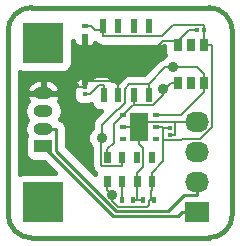
<source format=gtl>
%FSLAX34Y34*%
G04 Gerber Fmt 3.4, Leading zero omitted, Abs format*
G04 (created by PCBNEW (2014-03-19 BZR 4756)-product) date Mon 07 Jul 2014 23:49:35 BST*
%MOIN*%
G01*
G70*
G90*
G04 APERTURE LIST*
%ADD10C,0.005906*%
%ADD11C,0.015000*%
%ADD12O,0.062992X0.039370*%
%ADD13R,0.062992X0.039370*%
%ADD14R,0.023600X0.047200*%
%ADD15R,0.015700X0.023600*%
%ADD16R,0.023600X0.015700*%
%ADD17R,0.133900X0.133900*%
%ADD18R,0.015700X0.011800*%
%ADD19R,0.011800X0.015700*%
%ADD20R,0.080000X0.068000*%
%ADD21O,0.080000X0.068000*%
%ADD22R,0.023622X0.015748*%
%ADD23C,0.035000*%
%ADD24C,0.006701*%
%ADD25C,0.008701*%
%ADD26C,0.015748*%
G04 APERTURE END LIST*
G54D10*
G54D11*
X84449Y-18896D02*
X78543Y-18896D01*
X85236Y-19684D02*
G75*
G03X84449Y-18896I-787J0D01*
G74*
G01*
X85236Y-25786D02*
X85236Y-19684D01*
X77756Y-19881D02*
X77756Y-19684D01*
X78543Y-18896D02*
G75*
G03X77756Y-19684I0J-787D01*
G74*
G01*
X77756Y-25786D02*
X77756Y-19881D01*
X84449Y-26574D02*
X84055Y-26574D01*
X84449Y-26574D02*
G75*
G03X85236Y-25786I0J787D01*
G74*
G01*
X78543Y-26574D02*
X84055Y-26574D01*
X77756Y-25786D02*
G75*
G03X78543Y-26574I787J0D01*
G74*
G01*
G54D12*
X78937Y-22932D03*
X78937Y-22342D03*
G54D13*
X78937Y-23523D03*
G54D12*
X78937Y-21751D03*
G54D10*
G36*
X84153Y-19959D02*
X84429Y-19959D01*
X84429Y-20353D01*
X84153Y-20353D01*
X84153Y-19959D01*
X84153Y-19959D01*
G37*
G36*
X83720Y-19959D02*
X83996Y-19959D01*
X83996Y-20353D01*
X83720Y-20353D01*
X83720Y-19959D01*
X83720Y-19959D01*
G37*
G36*
X83287Y-19959D02*
X83563Y-19959D01*
X83563Y-20353D01*
X83287Y-20353D01*
X83287Y-19959D01*
X83287Y-19959D01*
G37*
G36*
X83287Y-21219D02*
X83563Y-21219D01*
X83563Y-21613D01*
X83287Y-21613D01*
X83287Y-21219D01*
X83287Y-21219D01*
G37*
G36*
X83720Y-21219D02*
X83996Y-21219D01*
X83996Y-21613D01*
X83720Y-21613D01*
X83720Y-21219D01*
X83720Y-21219D01*
G37*
G36*
X84153Y-21219D02*
X84429Y-21219D01*
X84429Y-21613D01*
X84153Y-21613D01*
X84153Y-21219D01*
X84153Y-21219D01*
G37*
G54D14*
X80945Y-21810D03*
X81437Y-21810D03*
X81949Y-21810D03*
X82441Y-21810D03*
X82441Y-19526D03*
X81949Y-19526D03*
X81437Y-19526D03*
X80925Y-19526D03*
G54D15*
X81909Y-25314D03*
X81555Y-25314D03*
X82618Y-25314D03*
X82264Y-25314D03*
G54D16*
X80315Y-19507D03*
X80315Y-19861D03*
G54D10*
G36*
X81181Y-24871D02*
X80964Y-24871D01*
X80964Y-24497D01*
X81181Y-24497D01*
X81181Y-24871D01*
X81181Y-24871D01*
G37*
G36*
X81673Y-24871D02*
X81456Y-24871D01*
X81456Y-24497D01*
X81673Y-24497D01*
X81673Y-24871D01*
X81673Y-24871D01*
G37*
G36*
X82175Y-24871D02*
X81958Y-24871D01*
X81958Y-24497D01*
X82175Y-24497D01*
X82175Y-24871D01*
X82175Y-24871D01*
G37*
G36*
X82657Y-24871D02*
X82440Y-24871D01*
X82440Y-24497D01*
X82657Y-24497D01*
X82657Y-24871D01*
X82657Y-24871D01*
G37*
G36*
X82657Y-24083D02*
X82440Y-24083D01*
X82440Y-23709D01*
X82657Y-23709D01*
X82657Y-24083D01*
X82657Y-24083D01*
G37*
G36*
X82165Y-24083D02*
X81948Y-24083D01*
X81948Y-23709D01*
X82165Y-23709D01*
X82165Y-24083D01*
X82165Y-24083D01*
G37*
G36*
X81673Y-24083D02*
X81456Y-24083D01*
X81456Y-23709D01*
X81673Y-23709D01*
X81673Y-24083D01*
X81673Y-24083D01*
G37*
G36*
X81181Y-24083D02*
X80964Y-24083D01*
X80964Y-23709D01*
X81181Y-23709D01*
X81181Y-24083D01*
X81181Y-24083D01*
G37*
G54D17*
X78937Y-25392D03*
X78937Y-20077D03*
G54D18*
X80315Y-21534D03*
X80315Y-21770D03*
G54D19*
X84291Y-19644D03*
X84055Y-19644D03*
G54D20*
X84055Y-25711D03*
G54D21*
X84055Y-24711D03*
X84055Y-23711D03*
X84055Y-22711D03*
G54D18*
X83150Y-22912D03*
X83150Y-23148D03*
G54D22*
X81575Y-22479D03*
X81575Y-22873D03*
X81575Y-23267D03*
X82677Y-23267D03*
X82677Y-22873D03*
X82677Y-22479D03*
G54D10*
G36*
X81831Y-23345D02*
X81831Y-22400D01*
X82421Y-22400D01*
X82421Y-23345D01*
X81831Y-23345D01*
X81831Y-23345D01*
G37*
G54D23*
X82916Y-21609D03*
X80890Y-23245D03*
X83262Y-20892D03*
X81233Y-25153D03*
G54D24*
X83425Y-21416D02*
X83195Y-21416D01*
X81073Y-23896D02*
X81073Y-23616D01*
X81274Y-22780D02*
X81575Y-22479D01*
X81274Y-23415D02*
X81274Y-22780D01*
X81073Y-23616D02*
X81274Y-23415D01*
X81915Y-22139D02*
X81949Y-22139D01*
X81575Y-22479D02*
X81915Y-22139D01*
X81949Y-21810D02*
X81949Y-22139D01*
X83002Y-21609D02*
X83195Y-21416D01*
X82916Y-21609D02*
X83002Y-21609D01*
X82597Y-22139D02*
X81949Y-22139D01*
X82916Y-21820D02*
X82597Y-22139D01*
X82916Y-21609D02*
X82916Y-21820D01*
G54D25*
X81246Y-25831D02*
X78937Y-23523D01*
X83432Y-25831D02*
X81246Y-25831D01*
X83552Y-25711D02*
X83432Y-25831D01*
X84055Y-25711D02*
X83552Y-25711D01*
G54D24*
X81565Y-23896D02*
X81565Y-24176D01*
X84291Y-21416D02*
X84291Y-21126D01*
X80865Y-23270D02*
X80890Y-23245D01*
X80865Y-24153D02*
X80865Y-23270D01*
X80888Y-24176D02*
X80865Y-24153D01*
X81565Y-24176D02*
X80888Y-24176D01*
X82441Y-21810D02*
X82441Y-21449D01*
X80890Y-22808D02*
X80890Y-23245D01*
X81433Y-22265D02*
X80890Y-22808D01*
X81467Y-22265D02*
X81433Y-22265D01*
X81651Y-22081D02*
X81467Y-22265D01*
X81651Y-21600D02*
X81651Y-22081D01*
X81802Y-21449D02*
X81651Y-21600D01*
X82441Y-21449D02*
X81802Y-21449D01*
X83518Y-22479D02*
X84291Y-21706D01*
X82677Y-22479D02*
X83518Y-22479D01*
X84291Y-21416D02*
X84291Y-21706D01*
X84056Y-20892D02*
X83262Y-20892D01*
X84291Y-21126D02*
X84056Y-20892D01*
X82998Y-20892D02*
X82441Y-21449D01*
X83262Y-20892D02*
X82998Y-20892D01*
G54D25*
X79355Y-23668D02*
X79355Y-22932D01*
X81353Y-25666D02*
X79355Y-23668D01*
X83100Y-25666D02*
X81353Y-25666D01*
X83612Y-25154D02*
X83100Y-25666D01*
X84055Y-25154D02*
X83612Y-25154D01*
X84055Y-24711D02*
X84055Y-25154D01*
X78937Y-22932D02*
X79355Y-22932D01*
G54D24*
X82447Y-25485D02*
X82447Y-25314D01*
X82402Y-25530D02*
X82447Y-25485D01*
X81432Y-25530D02*
X82402Y-25530D01*
X81233Y-25330D02*
X81432Y-25530D01*
X81233Y-25153D02*
X81233Y-25330D01*
X81073Y-24994D02*
X81233Y-25153D01*
X81073Y-24684D02*
X81073Y-24994D01*
X82618Y-25314D02*
X82532Y-25314D01*
X82532Y-25314D02*
X82447Y-25314D01*
X82532Y-24980D02*
X82549Y-24964D01*
X82532Y-25314D02*
X82532Y-24980D01*
X82549Y-24684D02*
X82549Y-24964D01*
X84291Y-19866D02*
X84291Y-19644D01*
X84291Y-19866D02*
X84291Y-19866D01*
X84291Y-19644D02*
X84291Y-19473D01*
X83150Y-22912D02*
X83010Y-22912D01*
X80925Y-19526D02*
X80925Y-19639D01*
X80925Y-19639D02*
X80925Y-19855D01*
X80658Y-19639D02*
X80526Y-19507D01*
X80925Y-19639D02*
X80658Y-19639D01*
X80315Y-19507D02*
X80526Y-19507D01*
X82677Y-22873D02*
X82888Y-22873D01*
X84291Y-20011D02*
X84291Y-19866D01*
X82885Y-19855D02*
X80925Y-19855D01*
X83267Y-19473D02*
X82885Y-19855D01*
X84291Y-19473D02*
X83267Y-19473D01*
X82549Y-24684D02*
X82549Y-24404D01*
X83010Y-22912D02*
X82927Y-22912D01*
X82927Y-22912D02*
X82888Y-22873D01*
X84291Y-20011D02*
X84291Y-20156D01*
X83523Y-23313D02*
X82927Y-23313D01*
X83561Y-23275D02*
X83523Y-23313D01*
X84164Y-23275D02*
X83561Y-23275D01*
X84550Y-22888D02*
X84164Y-23275D01*
X84550Y-20185D02*
X84550Y-22888D01*
X84522Y-20156D02*
X84550Y-20185D01*
X82927Y-22912D02*
X82927Y-23313D01*
X82927Y-24026D02*
X82549Y-24404D01*
X82927Y-23313D02*
X82927Y-24026D01*
X84291Y-20156D02*
X84522Y-20156D01*
X82264Y-25314D02*
X82178Y-25314D01*
X82067Y-24964D02*
X82067Y-25314D01*
X82178Y-25314D02*
X82067Y-25314D01*
X82067Y-25314D02*
X81909Y-25314D01*
X82067Y-24824D02*
X82067Y-24733D01*
X82067Y-24824D02*
X82067Y-24964D01*
X82067Y-24684D02*
X82067Y-24733D01*
X84055Y-22711D02*
X83562Y-22711D01*
X83150Y-23148D02*
X83321Y-23148D01*
X80315Y-21534D02*
X80315Y-21383D01*
X81437Y-21810D02*
X81437Y-21481D01*
X80315Y-21383D02*
X80356Y-21341D01*
X80356Y-20073D02*
X80315Y-20032D01*
X80356Y-21341D02*
X80356Y-20073D01*
X80315Y-19861D02*
X80315Y-20032D01*
X81297Y-21341D02*
X81437Y-21481D01*
X80356Y-21341D02*
X81297Y-21341D01*
X83425Y-20156D02*
X83425Y-20011D01*
X82907Y-20011D02*
X83425Y-20011D01*
X81437Y-21481D02*
X82907Y-20011D01*
X83792Y-19644D02*
X84055Y-19644D01*
X83425Y-20011D02*
X83792Y-19644D01*
X81575Y-22873D02*
X81785Y-22873D01*
X82067Y-24684D02*
X82067Y-24404D01*
X82126Y-22873D02*
X81785Y-22873D01*
X82258Y-24213D02*
X82067Y-24404D01*
X82258Y-23570D02*
X82258Y-24213D01*
X82126Y-23438D02*
X82258Y-23570D01*
X82126Y-22873D02*
X82126Y-23438D01*
X83321Y-23148D02*
X83321Y-22711D01*
X83321Y-22711D02*
X83562Y-22711D01*
X82297Y-22701D02*
X82126Y-22873D01*
X83311Y-22701D02*
X82297Y-22701D01*
X83321Y-22711D02*
X83311Y-22701D01*
X79561Y-21534D02*
X80315Y-21534D01*
X79345Y-21751D02*
X79561Y-21534D01*
X78937Y-21751D02*
X79345Y-21751D01*
X80775Y-21481D02*
X80945Y-21481D01*
X80486Y-21770D02*
X80775Y-21481D01*
X80315Y-21770D02*
X80486Y-21770D01*
X80945Y-21810D02*
X80945Y-21481D01*
X81555Y-24974D02*
X81555Y-25314D01*
X81565Y-24964D02*
X81555Y-24974D01*
X81565Y-24684D02*
X81565Y-24964D01*
G54D10*
G36*
X82995Y-20472D02*
X82985Y-20476D01*
X82898Y-20563D01*
X82865Y-20570D01*
X82751Y-20645D01*
X82296Y-21100D01*
X81802Y-21100D01*
X81690Y-21122D01*
X81668Y-21127D01*
X81555Y-21202D01*
X81404Y-21353D01*
X81404Y-21353D01*
X81346Y-21295D01*
X81263Y-21295D01*
X81238Y-21306D01*
X81191Y-21235D01*
X81078Y-21159D01*
X80945Y-21133D01*
X80775Y-21133D01*
X80642Y-21159D01*
X80534Y-21232D01*
X80449Y-21197D01*
X80406Y-21197D01*
X80336Y-21266D01*
X80336Y-21396D01*
X80331Y-21396D01*
X80294Y-21396D01*
X80294Y-21266D01*
X80224Y-21197D01*
X80181Y-21197D01*
X80078Y-21239D01*
X80000Y-21317D01*
X79958Y-21420D01*
X79958Y-21443D01*
X80008Y-21494D01*
X79969Y-21533D01*
X79921Y-21649D01*
X79921Y-21774D01*
X79921Y-21892D01*
X79969Y-22008D01*
X80058Y-22096D01*
X80174Y-22144D01*
X80299Y-22144D01*
X80456Y-22144D01*
X80516Y-22119D01*
X80560Y-22224D01*
X80648Y-22313D01*
X80764Y-22361D01*
X80844Y-22361D01*
X80643Y-22561D01*
X80568Y-22675D01*
X80541Y-22808D01*
X80541Y-22901D01*
X80475Y-22967D01*
X80400Y-23147D01*
X80400Y-23342D01*
X80474Y-23522D01*
X80517Y-23565D01*
X80517Y-24153D01*
X80543Y-24286D01*
X80619Y-24399D01*
X80642Y-24422D01*
X80652Y-24429D01*
X80649Y-24434D01*
X80649Y-24456D01*
X79713Y-23520D01*
X79713Y-22932D01*
X79686Y-22794D01*
X79608Y-22678D01*
X79496Y-22603D01*
X79540Y-22537D01*
X79579Y-22342D01*
X79540Y-22146D01*
X79447Y-22005D01*
X79503Y-21913D01*
X79521Y-21846D01*
X79521Y-21655D01*
X79503Y-21588D01*
X79406Y-21429D01*
X79257Y-21319D01*
X79076Y-21275D01*
X78958Y-21275D01*
X78958Y-21729D01*
X79460Y-21729D01*
X79521Y-21655D01*
X79521Y-21846D01*
X79460Y-21772D01*
X78958Y-21772D01*
X78958Y-21780D01*
X78916Y-21780D01*
X78916Y-21772D01*
X78916Y-21729D01*
X78916Y-21275D01*
X78798Y-21275D01*
X78617Y-21319D01*
X78467Y-21429D01*
X78371Y-21588D01*
X78353Y-21655D01*
X78413Y-21729D01*
X78916Y-21729D01*
X78916Y-21772D01*
X78413Y-21772D01*
X78353Y-21846D01*
X78371Y-21913D01*
X78427Y-22005D01*
X78334Y-22146D01*
X78295Y-22342D01*
X78334Y-22537D01*
X78400Y-22637D01*
X78334Y-22736D01*
X78295Y-22932D01*
X78334Y-23127D01*
X78352Y-23155D01*
X78307Y-23263D01*
X78307Y-23388D01*
X78307Y-23782D01*
X78355Y-23898D01*
X78444Y-23986D01*
X78559Y-24034D01*
X78685Y-24034D01*
X78942Y-24034D01*
X79315Y-24408D01*
X78205Y-24408D01*
X78146Y-24433D01*
X78146Y-21037D01*
X78205Y-21062D01*
X78330Y-21062D01*
X79669Y-21062D01*
X79785Y-21014D01*
X79873Y-20925D01*
X79921Y-20810D01*
X79921Y-20684D01*
X79921Y-20003D01*
X79961Y-20097D01*
X80039Y-20176D01*
X80141Y-20218D01*
X80224Y-20218D01*
X80294Y-20148D01*
X80294Y-19900D01*
X80336Y-19900D01*
X80336Y-20148D01*
X80406Y-20218D01*
X80488Y-20218D01*
X80591Y-20176D01*
X80669Y-20097D01*
X80672Y-20091D01*
X80678Y-20101D01*
X80791Y-20177D01*
X80925Y-20203D01*
X82885Y-20203D01*
X82972Y-20186D01*
X82972Y-20416D01*
X82995Y-20472D01*
X82995Y-20472D01*
G37*
G54D26*
X82995Y-20472D02*
X82985Y-20476D01*
X82898Y-20563D01*
X82865Y-20570D01*
X82751Y-20645D01*
X82296Y-21100D01*
X81802Y-21100D01*
X81690Y-21122D01*
X81668Y-21127D01*
X81555Y-21202D01*
X81404Y-21353D01*
X81404Y-21353D01*
X81346Y-21295D01*
X81263Y-21295D01*
X81238Y-21306D01*
X81191Y-21235D01*
X81078Y-21159D01*
X80945Y-21133D01*
X80775Y-21133D01*
X80642Y-21159D01*
X80534Y-21232D01*
X80449Y-21197D01*
X80406Y-21197D01*
X80336Y-21266D01*
X80336Y-21396D01*
X80331Y-21396D01*
X80294Y-21396D01*
X80294Y-21266D01*
X80224Y-21197D01*
X80181Y-21197D01*
X80078Y-21239D01*
X80000Y-21317D01*
X79958Y-21420D01*
X79958Y-21443D01*
X80008Y-21494D01*
X79969Y-21533D01*
X79921Y-21649D01*
X79921Y-21774D01*
X79921Y-21892D01*
X79969Y-22008D01*
X80058Y-22096D01*
X80174Y-22144D01*
X80299Y-22144D01*
X80456Y-22144D01*
X80516Y-22119D01*
X80560Y-22224D01*
X80648Y-22313D01*
X80764Y-22361D01*
X80844Y-22361D01*
X80643Y-22561D01*
X80568Y-22675D01*
X80541Y-22808D01*
X80541Y-22901D01*
X80475Y-22967D01*
X80400Y-23147D01*
X80400Y-23342D01*
X80474Y-23522D01*
X80517Y-23565D01*
X80517Y-24153D01*
X80543Y-24286D01*
X80619Y-24399D01*
X80642Y-24422D01*
X80652Y-24429D01*
X80649Y-24434D01*
X80649Y-24456D01*
X79713Y-23520D01*
X79713Y-22932D01*
X79686Y-22794D01*
X79608Y-22678D01*
X79496Y-22603D01*
X79540Y-22537D01*
X79579Y-22342D01*
X79540Y-22146D01*
X79447Y-22005D01*
X79503Y-21913D01*
X79521Y-21846D01*
X79521Y-21655D01*
X79503Y-21588D01*
X79406Y-21429D01*
X79257Y-21319D01*
X79076Y-21275D01*
X78958Y-21275D01*
X78958Y-21729D01*
X79460Y-21729D01*
X79521Y-21655D01*
X79521Y-21846D01*
X79460Y-21772D01*
X78958Y-21772D01*
X78958Y-21780D01*
X78916Y-21780D01*
X78916Y-21772D01*
X78916Y-21729D01*
X78916Y-21275D01*
X78798Y-21275D01*
X78617Y-21319D01*
X78467Y-21429D01*
X78371Y-21588D01*
X78353Y-21655D01*
X78413Y-21729D01*
X78916Y-21729D01*
X78916Y-21772D01*
X78413Y-21772D01*
X78353Y-21846D01*
X78371Y-21913D01*
X78427Y-22005D01*
X78334Y-22146D01*
X78295Y-22342D01*
X78334Y-22537D01*
X78400Y-22637D01*
X78334Y-22736D01*
X78295Y-22932D01*
X78334Y-23127D01*
X78352Y-23155D01*
X78307Y-23263D01*
X78307Y-23388D01*
X78307Y-23782D01*
X78355Y-23898D01*
X78444Y-23986D01*
X78559Y-24034D01*
X78685Y-24034D01*
X78942Y-24034D01*
X79315Y-24408D01*
X78205Y-24408D01*
X78146Y-24433D01*
X78146Y-21037D01*
X78205Y-21062D01*
X78330Y-21062D01*
X79669Y-21062D01*
X79785Y-21014D01*
X79873Y-20925D01*
X79921Y-20810D01*
X79921Y-20684D01*
X79921Y-20003D01*
X79961Y-20097D01*
X80039Y-20176D01*
X80141Y-20218D01*
X80224Y-20218D01*
X80294Y-20148D01*
X80294Y-19900D01*
X80336Y-19900D01*
X80336Y-20148D01*
X80406Y-20218D01*
X80488Y-20218D01*
X80591Y-20176D01*
X80669Y-20097D01*
X80672Y-20091D01*
X80678Y-20101D01*
X80791Y-20177D01*
X80925Y-20203D01*
X82885Y-20203D01*
X82972Y-20186D01*
X82972Y-20416D01*
X82995Y-20472D01*
G54D10*
G36*
X84084Y-22733D02*
X84076Y-22733D01*
X84076Y-22741D01*
X84034Y-22741D01*
X84034Y-22733D01*
X84026Y-22733D01*
X84026Y-22690D01*
X84034Y-22690D01*
X84034Y-22682D01*
X84076Y-22682D01*
X84076Y-22690D01*
X84084Y-22690D01*
X84084Y-22733D01*
X84084Y-22733D01*
G37*
G54D26*
X84084Y-22733D02*
X84076Y-22733D01*
X84076Y-22741D01*
X84034Y-22741D01*
X84034Y-22733D01*
X84026Y-22733D01*
X84026Y-22690D01*
X84034Y-22690D01*
X84034Y-22682D01*
X84076Y-22682D01*
X84076Y-22690D01*
X84084Y-22690D01*
X84084Y-22733D01*
M02*

</source>
